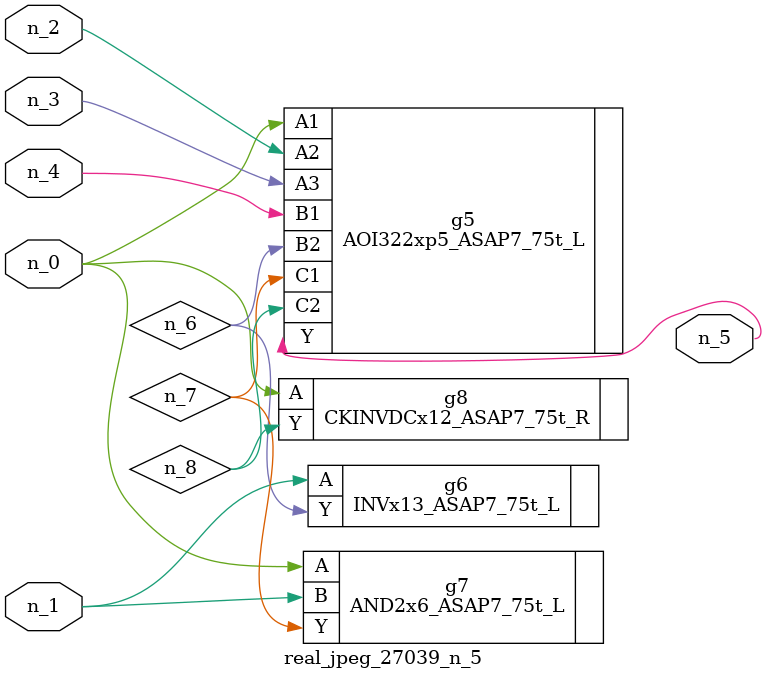
<source format=v>
module real_jpeg_27039_n_5 (n_4, n_0, n_1, n_2, n_3, n_5);

input n_4;
input n_0;
input n_1;
input n_2;
input n_3;

output n_5;

wire n_8;
wire n_6;
wire n_7;

AOI322xp5_ASAP7_75t_L g5 ( 
.A1(n_0),
.A2(n_2),
.A3(n_3),
.B1(n_4),
.B2(n_6),
.C1(n_7),
.C2(n_8),
.Y(n_5)
);

AND2x6_ASAP7_75t_L g7 ( 
.A(n_0),
.B(n_1),
.Y(n_7)
);

CKINVDCx12_ASAP7_75t_R g8 ( 
.A(n_0),
.Y(n_8)
);

INVx13_ASAP7_75t_L g6 ( 
.A(n_1),
.Y(n_6)
);


endmodule
</source>
